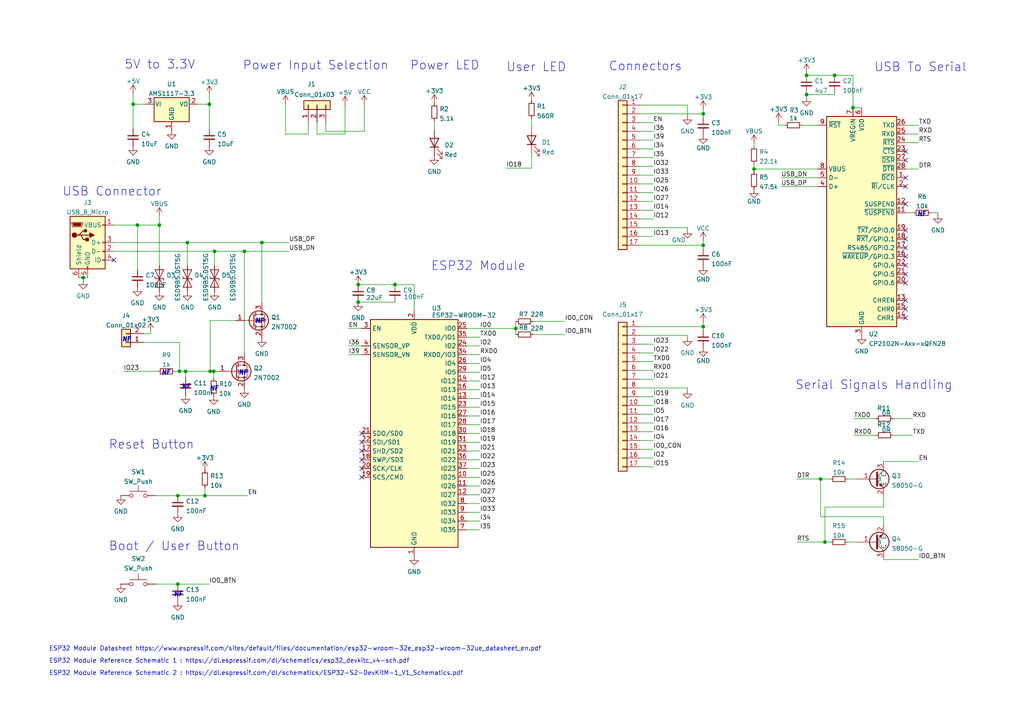
<source format=kicad_sch>
(kicad_sch (version 20211123) (generator eeschema)
  (paper "A4")
  (title_block (title "Esp32DevBoard") (date "2022-12-26") (rev "0.1v") (company "Majdbiw4200"))
  (lib_symbols
    (symbol "Connector:USB_B_Micro" (pin_names (offset 1.016))
      (property "Reference" "J" (at -5.08 11.43 0))
      (property "Value" "USB_B_Micro" (at -5.08 8.89 0))
      (symbol "USB_B_Micro_1_1"
        (pin power_out line (at 7.62 5.08 180) (length 2.54) (name "VBUS") (number "1"))
        (pin bidirectional line (at 7.62 -2.54 180) (length 2.54) (name "D-") (number "2"))
        (pin bidirectional line (at 7.62 0 180) (length 2.54) (name "D+") (number "3"))
        (pin passive line (at 7.62 -5.08 180) (length 2.54) (name "ID") (number "4"))
        (pin power_out line (at 0 -10.16 90) (length 2.54) (name "GND") (number "5"))
        (pin passive line (at -2.54 -10.16 90) (length 2.54) (name "Shield") (number "6"))
      )
    )
    (symbol "Connector_Generic:Conn_01x02" (pin_names (offset 1.016) hide)
      (property "Reference" "J" (at 0 2.54 0))
      (property "Value" "Conn_01x02" (at 0 -5.08 0))
      (symbol "Conn_01x02_1_1"
        (pin passive line (at -5.08 0 0) (length 3.81) (name "Pin_1") (number "1"))
        (pin passive line (at -5.08 -2.54 0) (length 3.81) (name "Pin_2") (number "2"))
      )
    )
    (symbol "Connector_Generic:Conn_01x03" (pin_names (offset 1.016) hide)
      (property "Reference" "J" (at 0 5.08 0))
      (property "Value" "Conn_01x03" (at 0 -5.08 0))
      (symbol "Conn_01x03_1_1"
        (pin passive line (at -5.08 2.54 0) (length 3.81) (name "Pin_1") (number "1"))
        (pin passive line (at -5.08 0 0) (length 3.81) (name "Pin_2") (number "2"))
        (pin passive line (at -5.08 -2.54 0) (length 3.81) (name "Pin_3") (number "3"))
      )
    )
    (symbol "Connector_Generic:Conn_01x17" (pin_names (offset 1.016) hide)
      (property "Reference" "J" (at 0 22.86 0))
      (property "Value" "Conn_01x17" (at 0 -22.86 0))
      (symbol "Conn_01x17_1_1"
        (pin passive line (at -5.08 20.32 0) (length 3.81) (name "Pin_1") (number "1"))
        (pin passive line (at -5.08 -2.54 0) (length 3.81) (name "Pin_10") (number "10"))
        (pin passive line (at -5.08 -5.08 0) (length 3.81) (name "Pin_11") (number "11"))
        (pin passive line (at -5.08 -7.62 0) (length 3.81) (name "Pin_12") (number "12"))
        (pin passive line (at -5.08 -10.16 0) (length 3.81) (name "Pin_13") (number "13"))
        (pin passive line (at -5.08 -12.7 0) (length 3.81) (name "Pin_14") (number "14"))
        (pin passive line (at -5.08 -15.24 0) (length 3.81) (name "Pin_15") (number "15"))
        (pin passive line (at -5.08 -17.78 0) (length 3.81) (name "Pin_16") (number "16"))
        (pin passive line (at -5.08 -20.32 0) (length 3.81) (name "Pin_17") (number "17"))
        (pin passive line (at -5.08 17.78 0) (length 3.81) (name "Pin_2") (number "2"))
        (pin passive line (at -5.08 15.24 0) (length 3.81) (name "Pin_3") (number "3"))
        (pin passive line (at -5.08 12.7 0) (length 3.81) (name "Pin_4") (number "4"))
        (pin passive line (at -5.08 10.16 0) (length 3.81) (name "Pin_5") (number "5"))
        (pin passive line (at -5.08 7.62 0) (length 3.81) (name "Pin_6") (number "6"))
        (pin passive line (at -5.08 5.08 0) (length 3.81) (name "Pin_7") (number "7"))
        (pin passive line (at -5.08 2.54 0) (length 3.81) (name "Pin_8") (number "8"))
        (pin passive line (at -5.08 0 0) (length 3.81) (name "Pin_9") (number "9"))
      )
    )
    (symbol "Device:C_Small" (pin_numbers hide) (pin_names (offset 0.254) hide)
      (property "Reference" "C" (at 0.254 1.778 0))
      (property "Value" "C_Small" (at 0.254 -2.032 0))
      (symbol "C_Small_1_1"
        (pin passive line (at 0 2.54 270) (length 2.032) (name "~") (number "1"))
        (pin passive line (at 0 -2.54 90) (length 2.032) (name "~") (number "2"))
      )
    )
    (symbol "Device:LED" (pin_numbers hide) (pin_names (offset 1.016) hide)
      (property "Reference" "D" (at 0 2.54 0))
      (property "Value" "LED" (at 0 -2.54 0))
      (symbol "LED_1_1"
        (pin passive line (at -3.81 0 0) (length 2.54) (name "K") (number "1"))
        (pin passive line (at 3.81 0 180) (length 2.54) (name "A") (number "2"))
      )
    )
    (symbol "Device:R_Small" (pin_numbers hide) (pin_names (offset 0.254) hide)
      (property "Reference" "R" (at 0.762 0.508 0))
      (property "Value" "R_Small" (at 0.762 -1.016 0))
      (symbol "R_Small_1_1"
        (pin passive line (at 0 2.54 270) (length 0.762) (name "~") (number "1"))
        (pin passive line (at 0 -2.54 90) (length 0.762) (name "~") (number "2"))
      )
    )
    (symbol "Diode:ESD9B5.0ST5G" (pin_numbers hide) (pin_names (offset 1.016) hide)
      (property "Reference" "D" (at 0 2.54 0))
      (property "Value" "ESD9B5.0ST5G" (at 0 -2.54 0))
      (symbol "ESD9B5.0ST5G_1_1"
        (pin passive line (at -3.81 0 0) (length 2.54) (name "A1") (number "1"))
        (pin passive line (at 3.81 0 180) (length 2.54) (name "A2") (number "2"))
      )
    )
    (symbol "Interface_USB:CP2102N-Axx-xQFN28"
      (property "Reference" "U" (at -8.89 31.75 0))
      (property "Value" "CP2102N-Axx-xQFN28" (at 12.7 31.75 0))
      (symbol "CP2102N-Axx-xQFN28_1_1"
        (pin input line (at 12.7 12.7 180) (length 2.54) (name "~{DCD}") (number "1"))
        (pin no_connect line (at -10.16 -27.94 0) (length 2.54) hide (name "NC") (number "10"))
        (pin output line (at 12.7 2.54 180) (length 2.54) (name "~{SUSPEND}") (number "11"))
        (pin output line (at 12.7 5.08 180) (length 2.54) (name "SUSPEND") (number "12"))
        (pin output line (at 12.7 -22.86 180) (length 2.54) (name "CHREN") (number "13"))
        (pin output line (at 12.7 -27.94 180) (length 2.54) (name "CHR1") (number "14"))
        (pin output line (at 12.7 -25.4 180) (length 2.54) (name "CHR0") (number "15"))
        (pin bidirectional line (at 12.7 -10.16 180) (length 2.54) (name "~{WAKEUP}/GPIO.3") (number "16"))
        (pin bidirectional line (at 12.7 -7.62 180) (length 2.54) (name "RS485/GPIO.2") (number "17"))
        (pin bidirectional line (at 12.7 -5.08 180) (length 2.54) (name "~{RXT}/GPIO.1") (number "18"))
        (pin bidirectional line (at 12.7 -2.54 180) (length 2.54) (name "~{TXT}/GPIO.0") (number "19"))
        (pin bidirectional line (at 12.7 10.16 180) (length 2.54) (name "~{RI}/CLK") (number "2"))
        (pin bidirectional line (at 12.7 -17.78 180) (length 2.54) (name "GPIO.6") (number "20"))
        (pin bidirectional line (at 12.7 -15.24 180) (length 2.54) (name "GPIO.5") (number "21"))
        (pin bidirectional line (at 12.7 -12.7 180) (length 2.54) (name "GPIO.4") (number "22"))
        (pin input line (at 12.7 20.32 180) (length 2.54) (name "~{CTS}") (number "23"))
        (pin output line (at 12.7 22.86 180) (length 2.54) (name "~{RTS}") (number "24"))
        (pin input line (at 12.7 25.4 180) (length 2.54) (name "RXD") (number "25"))
        (pin output line (at 12.7 27.94 180) (length 2.54) (name "TXD") (number "26"))
        (pin input line (at 12.7 17.78 180) (length 2.54) (name "~{DSR}") (number "27"))
        (pin output line (at 12.7 15.24 180) (length 2.54) (name "~{DTR}") (number "28"))
        (pin passive line (at 0 -33.02 90) (length 2.54) hide (name "GND") (number "29"))
        (pin power_in line (at 0 -33.02 90) (length 2.54) (name "GND") (number "3"))
        (pin bidirectional line (at -12.7 10.16 0) (length 2.54) (name "D+") (number "4"))
        (pin bidirectional line (at -12.7 12.7 0) (length 2.54) (name "D-") (number "5"))
        (pin power_in line (at 0 33.02 270) (length 2.54) (name "VDD") (number "6"))
        (pin power_in line (at -2.54 33.02 270) (length 2.54) (name "VREGIN") (number "7"))
        (pin input line (at -12.7 15.24 0) (length 2.54) (name "VBUS") (number "8"))
        (pin input line (at -12.7 27.94 0) (length 2.54) (name "~{RST}") (number "9"))
      )
    )
    (symbol "RF_Module:ESP32-WROOM-32"
      (property "Reference" "U" (at -12.7 34.29 0))
      (property "Value" "ESP32-WROOM-32" (at 1.27 34.29 0))
      (symbol "ESP32-WROOM-32_1_1"
        (pin power_in line (at 0 -35.56 90) (length 2.54) (name "GND") (number "1"))
        (pin bidirectional line (at 15.24 -12.7 180) (length 2.54) (name "IO25") (number "10"))
        (pin bidirectional line (at 15.24 -15.24 180) (length 2.54) (name "IO26") (number "11"))
        (pin bidirectional line (at 15.24 -17.78 180) (length 2.54) (name "IO27") (number "12"))
        (pin bidirectional line (at 15.24 10.16 180) (length 2.54) (name "IO14") (number "13"))
        (pin bidirectional line (at 15.24 15.24 180) (length 2.54) (name "IO12") (number "14"))
        (pin passive line (at 0 -35.56 90) (length 2.54) hide (name "GND") (number "15"))
        (pin bidirectional line (at 15.24 12.7 180) (length 2.54) (name "IO13") (number "16"))
        (pin bidirectional line (at -15.24 -5.08 0) (length 2.54) (name "SHD/SD2") (number "17"))
        (pin bidirectional line (at -15.24 -7.62 0) (length 2.54) (name "SWP/SD3") (number "18"))
        (pin bidirectional line (at -15.24 -12.7 0) (length 2.54) (name "SCS/CMD") (number "19"))
        (pin power_in line (at 0 35.56 270) (length 2.54) (name "VDD") (number "2"))
        (pin bidirectional line (at -15.24 -10.16 0) (length 2.54) (name "SCK/CLK") (number "20"))
        (pin bidirectional line (at -15.24 0 0) (length 2.54) (name "SDO/SD0") (number "21"))
        (pin bidirectional line (at -15.24 -2.54 0) (length 2.54) (name "SDI/SD1") (number "22"))
        (pin bidirectional line (at 15.24 7.62 180) (length 2.54) (name "IO15") (number "23"))
        (pin bidirectional line (at 15.24 25.4 180) (length 2.54) (name "IO2") (number "24"))
        (pin bidirectional line (at 15.24 30.48 180) (length 2.54) (name "IO0") (number "25"))
        (pin bidirectional line (at 15.24 20.32 180) (length 2.54) (name "IO4") (number "26"))
        (pin bidirectional line (at 15.24 5.08 180) (length 2.54) (name "IO16") (number "27"))
        (pin bidirectional line (at 15.24 2.54 180) (length 2.54) (name "IO17") (number "28"))
        (pin bidirectional line (at 15.24 17.78 180) (length 2.54) (name "IO5") (number "29"))
        (pin input line (at -15.24 30.48 0) (length 2.54) (name "EN") (number "3"))
        (pin bidirectional line (at 15.24 0 180) (length 2.54) (name "IO18") (number "30"))
        (pin bidirectional line (at 15.24 -2.54 180) (length 2.54) (name "IO19") (number "31"))
        (pin no_connect line (at -12.7 -27.94 0) (length 2.54) hide (name "NC") (number "32"))
        (pin bidirectional line (at 15.24 -5.08 180) (length 2.54) (name "IO21") (number "33"))
        (pin bidirectional line (at 15.24 22.86 180) (length 2.54) (name "RXD0/IO3") (number "34"))
        (pin bidirectional line (at 15.24 27.94 180) (length 2.54) (name "TXD0/IO1") (number "35"))
        (pin bidirectional line (at 15.24 -7.62 180) (length 2.54) (name "IO22") (number "36"))
        (pin bidirectional line (at 15.24 -10.16 180) (length 2.54) (name "IO23") (number "37"))
        (pin passive line (at 0 -35.56 90) (length 2.54) hide (name "GND") (number "38"))
        (pin passive line (at 0 -35.56 90) (length 2.54) hide (name "GND") (number "39"))
        (pin input line (at -15.24 25.4 0) (length 2.54) (name "SENSOR_VP") (number "4"))
        (pin input line (at -15.24 22.86 0) (length 2.54) (name "SENSOR_VN") (number "5"))
        (pin input line (at 15.24 -25.4 180) (length 2.54) (name "IO34") (number "6"))
        (pin input line (at 15.24 -27.94 180) (length 2.54) (name "IO35") (number "7"))
        (pin bidirectional line (at 15.24 -20.32 180) (length 2.54) (name "IO32") (number "8"))
        (pin bidirectional line (at 15.24 -22.86 180) (length 2.54) (name "IO33") (number "9"))
      )
    )
    (symbol "Regulator_Linear:AMS1117-3.3" (pin_names (offset 0.254))
      (property "Reference" "U" (at -3.81 3.175 0))
      (property "Value" "AMS1117-3.3" (at 0 3.175 0))
      (symbol "AMS1117-3.3_1_1"
        (pin power_in line (at 0 -7.62 90) (length 2.54) (name "GND") (number "1"))
        (pin power_out line (at 7.62 0 180) (length 2.54) (name "VO") (number "2"))
        (pin power_in line (at -7.62 0 0) (length 2.54) (name "VI") (number "3"))
      )
    )
    (symbol "Switch:SW_Push" (pin_numbers hide) (pin_names (offset 1.016) hide)
      (property "Reference" "SW" (at 1.27 2.54 0))
      (property "Value" "SW_Push" (at 0 -1.524 0))
      (symbol "SW_Push_0_1"
        (pin passive line (at -5.08 0 0) (length 2.54) (name "1") (number "1"))
        (pin passive line (at 5.08 0 180) (length 2.54) (name "2") (number "2"))
      )
    )
    (symbol "Transistor_BJT:S8050-G"
      (property "Reference" "Q" (at 7.62 -1.27 0))
      (property "Value" "S8050-G" (at 10.16 -3.81 0))
      (symbol "S8050-G_1_1"
        (pin input line (at -3.81 -2.54 0) (length 5.08) (name "B") (number "1"))
        (pin passive line (at 3.81 -7.62 90) (length 2.54) (name "E") (number "2"))
        (pin passive line (at 3.81 2.54 270) (length 2.54) (name "C") (number "3"))
      )
    )
    (symbol "Transistor_FET:2N7002" (pin_names hide)
      (property "Reference" "Q" (at 5.08 1.905 0))
      (property "Value" "2N7002" (at 5.08 0 0))
      (symbol "2N7002_1_1"
        (pin input line (at -5.08 0 0) (length 2.54) (name "G") (number "1"))
        (pin passive line (at 2.54 -5.08 90) (length 2.54) (name "S") (number "2"))
        (pin passive line (at 2.54 5.08 270) (length 2.54) (name "D") (number "3"))
      )
    )
    (symbol "power:+3.3V" (power) (pin_names (offset 0))
      (property "Value" "+3.3V" (at 0 3.556 0))
      (symbol "+3.3V_1_1"
        (pin power_in line (at 0 0 90) (length 0) hide (name "+3V3") (number "1"))
      )
    )
    (symbol "power:+5V" (power) (pin_names (offset 0))
      (property "Value" "+5V" (at 0 3.556 0))
      (symbol "+5V_1_1"
        (pin power_in line (at 0 0 90) (length 0) hide (name "+5V") (number "1"))
      )
    )
    (symbol "power:GND" (power) (pin_names (offset 0))
      (property "Value" "GND" (at 0 -3.81 0))
      (symbol "GND_1_1"
        (pin power_in line (at 0 0 270) (length 0) hide (name "GND") (number "1"))
      )
    )
    (symbol "power:VBUS" (power) (pin_names (offset 0))
      (property "Value" "VBUS" (at 0 3.81 0))
      (symbol "VBUS_1_1"
        (pin power_in line (at 0 0 90) (length 0) hide (name "VBUS") (number "1"))
      )
    )
    (symbol "power:VCC" (power) (pin_names (offset 0))
      (property "Value" "VCC" (at 0 3.81 0))
      (symbol "VCC_1_1"
        (pin power_in line (at 0 0 90) (length 0) hide (name "VCC") (number "1"))
      )
    )
  )
  (junction (at 233.934 21.844))
  (junction (at 203.962 71.12))
  (junction (at 52.07 107.696))
  (junction (at 218.694 49.022))
  (junction (at 149.606 95.25))
  (junction (at 39.878 65.278))
  (junction (at 60.706 30.226))
  (junction (at 53.848 107.696))
  (junction (at 203.962 33.02))
  (junction (at 38.608 30.226))
  (junction (at 233.934 27.432))
  (junction (at 114.554 82.55))
  (junction (at 62.23 72.898))
  (junction (at 203.962 94.742))
  (junction (at 242.062 21.844))
  (junction (at 103.886 87.63))
  (junction (at 51.562 143.764))
  (junction (at 51.562 169.418))
  (junction (at 46.228 65.278))
  (junction (at 54.356 70.358))
  (junction (at 247.396 31.242))
  (junction (at 70.866 72.898))
  (junction (at 60.96 107.696))
  (junction (at 61.976 107.696))
  (junction (at 75.946 70.358))
  (junction (at 59.436 143.764))
  (junction (at 239.268 157.226))
  (junction (at 103.886 82.55))
  (junction (at 237.998 138.938))
  (junction (at 24.13 80.518))
  (no_connect (at 33.02 75.438))
  (no_connect (at 262.636 43.942))
  (no_connect (at 262.636 59.182))
  (no_connect (at 104.902 138.43))
  (no_connect (at 104.902 125.73))
  (no_connect (at 104.902 128.27))
  (no_connect (at 104.902 130.81))
  (no_connect (at 104.902 133.35))
  (no_connect (at 104.902 135.89))
  (no_connect (at 262.636 66.802))
  (no_connect (at 262.636 69.342))
  (no_connect (at 262.636 71.882))
  (no_connect (at 262.636 46.482))
  (no_connect (at 262.636 51.562))
  (no_connect (at 262.636 54.102))
  (no_connect (at 262.636 74.422))
  (no_connect (at 262.636 76.962))
  (no_connect (at 262.636 79.502))
  (no_connect (at 262.636 82.042))
  (no_connect (at 262.636 87.122))
  (no_connect (at 262.636 89.662))
  (no_connect (at 262.636 92.202))
  (wire (pts (xy 199.39 97.282) (xy 199.39 97.79)))
  (wire (pts (xy 46.228 65.278) (xy 46.228 76.962)))
  (wire (pts (xy 51.562 169.418) (xy 60.706 169.418)))
  (wire (pts (xy 231.14 157.226) (xy 239.268 157.226)))
  (wire (pts (xy 82.804 38.862) (xy 89.408 38.862)))
  (wire (pts (xy 35.814 107.696) (xy 45.72 107.696)))
  (wire (pts (xy 135.382 135.89) (xy 139.192 135.89)))
  (wire (pts (xy 272.034 61.722) (xy 272.034 62.23)))
  (wire (pts (xy 237.998 138.938) (xy 240.792 138.938)))
  (wire (pts (xy 225.806 36.322) (xy 227.584 36.322)))
  (wire (pts (xy 203.962 94.742) (xy 203.962 93.472)))
  (wire (pts (xy 185.674 71.12) (xy 203.962 71.12)))
  (wire (pts (xy 237.236 49.022) (xy 218.694 49.022)))
  (wire (pts (xy 60.706 27.432) (xy 60.706 30.226)))
  (wire (pts (xy 135.382 151.13) (xy 139.192 151.13)))
  (wire (pts (xy 135.382 143.51) (xy 139.192 143.51)))
  (wire (pts (xy 199.39 66.04) (xy 199.39 66.548)))
  (wire (pts (xy 125.984 35.052) (xy 125.984 37.592)))
  (wire (pts (xy 154.178 34.29) (xy 154.178 36.83)))
  (wire (pts (xy 185.674 127.762) (xy 189.484 127.762)))
  (wire (pts (xy 185.674 109.982) (xy 189.484 109.982)))
  (wire (pts (xy 135.382 102.87) (xy 139.192 102.87)))
  (wire (pts (xy 135.382 138.43) (xy 139.192 138.43)))
  (wire (pts (xy 135.382 125.73) (xy 139.192 125.73)))
  (wire (pts (xy 62.23 72.898) (xy 70.866 72.898)))
  (wire (pts (xy 154.178 44.45) (xy 154.178 48.768)))
  (wire (pts (xy 135.382 100.33) (xy 139.192 100.33)))
  (wire (pts (xy 59.436 143.764) (xy 71.882 143.764)))
  (wire (pts (xy 203.962 71.12) (xy 203.962 72.136)))
  (wire (pts (xy 185.674 107.442) (xy 189.484 107.442)))
  (wire (pts (xy 185.674 132.842) (xy 189.484 132.842)))
  (wire (pts (xy 218.694 41.656) (xy 218.694 42.418)))
  (wire (pts (xy 189.484 40.64) (xy 185.674 40.64)))
  (wire (pts (xy 89.408 38.862) (xy 89.408 35.56)))
  (wire (pts (xy 24.13 80.518) (xy 24.13 81.28)))
  (wire (pts (xy 82.804 30.226) (xy 82.804 38.862)))
  (wire (pts (xy 226.568 54.102) (xy 237.236 54.102)))
  (wire (pts (xy 189.484 63.5) (xy 185.674 63.5)))
  (wire (pts (xy 59.436 141.478) (xy 59.436 143.764)))
  (wire (pts (xy 46.228 62.738) (xy 46.228 65.278)))
  (wire (pts (xy 103.886 82.55) (xy 114.554 82.55)))
  (wire (pts (xy 135.382 148.59) (xy 139.192 148.59)))
  (wire (pts (xy 38.608 27.178) (xy 38.608 30.226)))
  (wire (pts (xy 242.062 27.432) (xy 242.062 26.924)))
  (wire (pts (xy 256.286 147.066) (xy 239.268 147.066)))
  (wire (pts (xy 233.934 21.844) (xy 242.062 21.844)))
  (wire (pts (xy 185.674 30.48) (xy 199.39 30.48)))
  (wire (pts (xy 233.934 26.924) (xy 233.934 27.432)))
  (wire (pts (xy 259.08 126.238) (xy 264.668 126.238)))
  (wire (pts (xy 233.934 27.432) (xy 233.934 28.194)))
  (wire (pts (xy 256.286 144.018) (xy 256.286 147.066)))
  (wire (pts (xy 135.382 115.57) (xy 139.192 115.57)))
  (wire (pts (xy 185.674 117.602) (xy 189.484 117.602)))
  (wire (pts (xy 189.484 43.18) (xy 185.674 43.18)))
  (wire (pts (xy 146.812 48.768) (xy 154.178 48.768)))
  (wire (pts (xy 45.212 143.764) (xy 51.562 143.764)))
  (wire (pts (xy 22.86 80.518) (xy 24.13 80.518)))
  (wire (pts (xy 247.396 31.242) (xy 249.936 31.242)))
  (wire (pts (xy 225.806 35.306) (xy 225.806 36.322)))
  (wire (pts (xy 54.356 70.358) (xy 54.356 76.962)))
  (wire (pts (xy 24.13 80.518) (xy 25.4 80.518)))
  (wire (pts (xy 105.664 38.1) (xy 94.488 38.1)))
  (wire (pts (xy 203.962 71.12) (xy 203.962 69.85)))
  (wire (pts (xy 232.664 36.322) (xy 237.236 36.322)))
  (wire (pts (xy 256.286 149.86) (xy 256.286 152.146)))
  (wire (pts (xy 233.934 21.082) (xy 233.934 21.844)))
  (wire (pts (xy 52.07 99.314) (xy 52.07 107.696)))
  (wire (pts (xy 94.488 38.1) (xy 94.488 35.56)))
  (wire (pts (xy 154.686 93.218) (xy 163.83 93.218)))
  (wire (pts (xy 189.484 45.72) (xy 185.674 45.72)))
  (wire (pts (xy 53.848 107.696) (xy 60.96 107.696)))
  (wire (pts (xy 101.092 102.87) (xy 104.902 102.87)))
  (wire (pts (xy 233.934 27.432) (xy 242.062 27.432)))
  (wire (pts (xy 135.382 133.35) (xy 139.192 133.35)))
  (wire (pts (xy 259.08 121.412) (xy 264.668 121.412)))
  (wire (pts (xy 185.674 97.282) (xy 199.39 97.282)))
  (wire (pts (xy 101.092 95.25) (xy 104.902 95.25)))
  (wire (pts (xy 189.484 53.34) (xy 185.674 53.34)))
  (wire (pts (xy 114.554 82.55) (xy 120.142 82.55)))
  (wire (pts (xy 120.142 82.55) (xy 120.142 90.17)))
  (wire (pts (xy 185.674 94.742) (xy 203.962 94.742)))
  (wire (pts (xy 60.96 92.964) (xy 60.96 107.696)))
  (wire (pts (xy 60.706 30.226) (xy 60.706 37.338)))
  (wire (pts (xy 100.076 30.48) (xy 100.076 38.862)))
  (wire (pts (xy 61.976 107.696) (xy 63.246 107.696)))
  (wire (pts (xy 101.092 100.33) (xy 104.902 100.33)))
  (wire (pts (xy 231.14 138.938) (xy 237.998 138.938)))
  (wire (pts (xy 33.02 72.898) (xy 62.23 72.898)))
  (wire (pts (xy 154.686 97.028) (xy 163.83 97.028)))
  (wire (pts (xy 239.268 157.226) (xy 240.792 157.226)))
  (wire (pts (xy 185.674 104.902) (xy 189.484 104.902)))
  (wire (pts (xy 54.356 70.358) (xy 75.946 70.358)))
  (wire (pts (xy 185.674 125.222) (xy 189.484 125.222)))
  (wire (pts (xy 38.608 30.226) (xy 38.608 37.338)))
  (wire (pts (xy 135.382 153.67) (xy 139.192 153.67)))
  (wire (pts (xy 61.976 107.696) (xy 61.976 109.728)))
  (wire (pts (xy 247.396 21.844) (xy 242.062 21.844)))
  (wire (pts (xy 185.674 99.822) (xy 189.484 99.822)))
  (wire (pts (xy 52.07 107.696) (xy 53.848 107.696)))
  (wire (pts (xy 135.382 95.25) (xy 149.606 95.25)))
  (wire (pts (xy 247.396 31.242) (xy 247.396 21.844)))
  (wire (pts (xy 135.382 110.49) (xy 139.192 110.49)))
  (wire (pts (xy 103.886 87.63) (xy 114.554 87.63)))
  (wire (pts (xy 39.878 65.278) (xy 46.228 65.278)))
  (wire (pts (xy 135.382 97.79) (xy 139.192 97.79)))
  (wire (pts (xy 218.694 49.022) (xy 218.694 47.498)))
  (wire (pts (xy 203.962 33.02) (xy 203.962 31.75)))
  (wire (pts (xy 189.484 60.96) (xy 185.674 60.96)))
  (wire (pts (xy 135.382 128.27) (xy 139.192 128.27)))
  (wire (pts (xy 135.382 118.11) (xy 139.192 118.11)))
  (wire (pts (xy 60.96 107.696) (xy 61.976 107.696)))
  (wire (pts (xy 218.694 49.022) (xy 218.694 49.784)))
  (wire (pts (xy 45.212 169.418) (xy 51.562 169.418)))
  (wire (pts (xy 270.002 61.722) (xy 272.034 61.722)))
  (wire (pts (xy 262.636 38.862) (xy 266.446 38.862)))
  (wire (pts (xy 57.404 30.226) (xy 60.706 30.226)))
  (wire (pts (xy 62.23 72.898) (xy 62.23 76.962)))
  (wire (pts (xy 75.946 70.358) (xy 83.82 70.358)))
  (wire (pts (xy 262.636 36.322) (xy 266.446 36.322)))
  (wire (pts (xy 68.326 92.964) (xy 60.96 92.964)))
  (wire (pts (xy 262.636 41.402) (xy 266.446 41.402)))
  (wire (pts (xy 185.674 135.382) (xy 189.484 135.382)))
  (wire (pts (xy 247.65 126.238) (xy 254 126.238)))
  (wire (pts (xy 256.286 149.86) (xy 237.998 149.86)))
  (wire (pts (xy 135.382 113.03) (xy 139.192 113.03)))
  (wire (pts (xy 185.674 122.682) (xy 189.484 122.682)))
  (wire (pts (xy 38.608 30.226) (xy 42.164 30.226)))
  (wire (pts (xy 247.65 121.412) (xy 254 121.412)))
  (wire (pts (xy 41.656 99.314) (xy 52.07 99.314)))
  (wire (pts (xy 149.606 93.218) (xy 149.606 95.25)))
  (wire (pts (xy 199.39 112.522) (xy 199.39 113.03)))
  (wire (pts (xy 70.866 72.898) (xy 70.866 102.616)))
  (wire (pts (xy 100.076 38.862) (xy 91.948 38.862)))
  (wire (pts (xy 75.946 70.358) (xy 75.946 87.884)))
  (wire (pts (xy 245.872 138.938) (xy 248.666 138.938)))
  (wire (pts (xy 53.848 107.696) (xy 53.848 109.474)))
  (wire (pts (xy 262.636 49.022) (xy 266.446 49.022)))
  (wire (pts (xy 239.268 147.066) (xy 239.268 157.226)))
  (wire (pts (xy 33.02 65.278) (xy 39.878 65.278)))
  (wire (pts (xy 189.484 55.88) (xy 185.674 55.88)))
  (wire (pts (xy 256.286 162.306) (xy 266.446 162.306)))
  (wire (pts (xy 199.39 30.48) (xy 199.39 33.528)))
  (wire (pts (xy 39.878 65.278) (xy 39.878 78.232)))
  (wire (pts (xy 189.484 68.58) (xy 185.674 68.58)))
  (wire (pts (xy 135.382 105.41) (xy 139.192 105.41)))
  (wire (pts (xy 256.286 133.858) (xy 266.446 133.858)))
  (wire (pts (xy 135.382 123.19) (xy 139.192 123.19)))
  (wire (pts (xy 262.636 61.722) (xy 264.922 61.722)))
  (wire (pts (xy 33.02 70.358) (xy 54.356 70.358)))
  (wire (pts (xy 135.382 130.81) (xy 139.192 130.81)))
  (wire (pts (xy 203.962 33.02) (xy 203.962 34.036)))
  (wire (pts (xy 185.674 115.062) (xy 189.484 115.062)))
  (wire (pts (xy 189.484 50.8) (xy 185.674 50.8)))
  (wire (pts (xy 203.962 94.742) (xy 203.962 95.758)))
  (wire (pts (xy 105.664 30.226) (xy 105.664 38.1)))
  (wire (pts (xy 185.674 102.362) (xy 189.484 102.362)))
  (wire (pts (xy 70.866 72.898) (xy 83.82 72.898)))
  (wire (pts (xy 135.382 120.65) (xy 139.192 120.65)))
  (wire (pts (xy 189.484 35.56) (xy 185.674 35.56)))
  (wire (pts (xy 189.484 38.1) (xy 185.674 38.1)))
  (wire (pts (xy 135.382 146.05) (xy 139.192 146.05)))
  (wire (pts (xy 185.674 112.522) (xy 199.39 112.522)))
  (wire (pts (xy 237.998 149.86) (xy 237.998 138.938)))
  (wire (pts (xy 43.688 96.774) (xy 41.656 96.774)))
  (wire (pts (xy 185.674 66.04) (xy 199.39 66.04)))
  (wire (pts (xy 50.8 107.696) (xy 52.07 107.696)))
  (wire (pts (xy 185.674 120.142) (xy 189.484 120.142)))
  (wire (pts (xy 245.872 157.226) (xy 248.666 157.226)))
  (wire (pts (xy 226.568 51.562) (xy 237.236 51.562)))
  (wire (pts (xy 189.484 58.42) (xy 185.674 58.42)))
  (wire (pts (xy 91.948 38.862) (xy 91.948 35.56)))
  (wire (pts (xy 51.562 143.764) (xy 59.436 143.764)))
  (wire (pts (xy 189.484 48.26) (xy 185.674 48.26)))
  (wire (pts (xy 135.382 140.97) (xy 139.192 140.97)))
  (wire (pts (xy 135.382 107.95) (xy 139.192 107.95)))
  (wire (pts (xy 185.674 130.302) (xy 189.484 130.302)))
  (wire (pts (xy 43.688 96.266) (xy 43.688 96.774)))
  (wire (pts (xy 149.606 95.25) (xy 149.606 97.028)))
  (wire (pts (xy 185.674 33.02) (xy 203.962 33.02)))
  (text "NF" (at 35.306 99.314 0) (effects (font (size 1.27 1.27) (thickness 0.508) bold italic) (justify left bottom)))
  (text "NF" (at 69.088 108.966 0) (effects (font (size 1.27 1.27) (thickness 0.508) bold italic) (justify left bottom)))
  (text "Power LED" (at 118.872 20.574 0) (effects (font (size 2.54 2.54)) (justify left bottom)))
  (text "NF" (at 46.736 108.966 0) (effects (font (size 1.27 1.27) (thickness 0.508) bold italic) (justify left bottom)))
  (text "Reset Button" (at 31.496 130.556 0) (effects (font (size 2.54 2.54)) (justify left bottom)))
  (text "NF" (at 50.292 173.228 0) (effects (font (size 1.27 1.27) (thickness 0.508) bold italic) (justify left bottom)))
  (text "User LED" (at 146.812 21.082 0) (effects (font (size 2.54 2.54)) (justify left bottom)))
  (text "ESP32 Module Datasheet https://www.espressif.com/sites/default/files/documentation/esp32-wroom-32e_esp32-wroom-32ue_datasheet_en.pdf" (at 14.224 188.976 0) (effects (font (size 1.27 1.27)) (justify left bottom)))
  (text "Connectors" (at 176.53 20.828 0) (effects (font (size 2.54 2.54)) (justify left bottom)))
  (text "USB To Serial" (at 253.492 21.082 0) (effects (font (size 2.54 2.54)) (justify left bottom)))
  (text "USB Connector" (at 18.034 57.15 0) (effects (font (size 2.54 2.54)) (justify left bottom)))
  (text "ESP32 Module" (at 124.968 78.74 0) (effects (font (size 2.54 2.54)) (justify left bottom)))
  (text "Serial Signals Handling" (at 230.632 113.284 0) (effects (font (size 2.54 2.54)) (justify left bottom)))
  (text "NF" (at 60.706 113.538 0) (effects (font (size 1.27 1.27) (thickness 0.508) bold italic) (justify left bottom)))
  (text "NF" (at 52.578 113.03 0) (effects (font (size 1.27 1.27) (thickness 0.508) bold italic) (justify left bottom)))
  (text "NF" (at 73.914 93.98 0) (effects (font (size 1.27 1.27) (thickness 0.508) bold italic) (justify left bottom)))
  (text "NF" (at 265.938 62.992 0) (effects (font (size 1.27 1.27) (thickness 0.508) bold italic) (justify left bottom)))
  (text "ESP32 Module Reference Schematic 2 : https://dl.espressif.com/dl/schematics/ESP32-S2-DevKitM-1_V1_Schematics.pdf" (at 14.224 196.088 0) (effects (font (size 1.27 1.27)) (justify left bottom)))
  (text "ESP32 Module Reference Schematic 1 : https://dl.espressif.com/dl/schematics/esp32_devkitc_v4-sch.pdf" (at 14.224 192.532 0) (effects (font (size 1.27 1.27)) (justify left bottom)))
  (text "Boot / User Button" (at 31.496 160.02 0) (effects (font (size 2.54 2.54)) (justify left bottom)))
  (text "Power Input Selection" (at 70.358 20.574 0) (effects (font (size 2.54 2.54)) (justify left bottom)))
  (text "5V to 3.3V" (at 36.068 20.32 0) (effects (font (size 2.54 2.54)) (justify left bottom)))
  (label "IO16" (at 189.484 125.222 0))
  (label "IO32" (at 139.192 146.05 0))
  (label "EN" (at 101.092 95.25 0))
  (label "TXD" (at 264.668 126.238 0))
  (label "RXD0" (at 189.484 107.442 0))
  (label "I39" (at 189.484 40.64 0))
  (label "IO15" (at 189.484 135.382 0))
  (label "IO19" (at 139.192 128.27 0))
  (label "IO21" (at 189.484 109.982 0))
  (label "IO0_CON" (at 163.83 93.218 0))
  (label "TXD" (at 266.446 36.322 0))
  (label "DTR" (at 231.14 138.938 0))
  (label "I34" (at 139.192 151.13 0))
  (label "IO19" (at 189.484 115.062 0))
  (label "IO22" (at 189.484 102.362 0))
  (label "IO12" (at 139.192 110.49 0))
  (label "IO26" (at 139.192 140.97 0))
  (label "IO26" (at 189.484 55.88 0))
  (label "I39" (at 101.092 102.87 0))
  (label "IO13" (at 189.484 68.58 0))
  (label "EN" (at 71.882 143.764 0))
  (label "IO0_CON" (at 189.484 130.302 0))
  (label "IO18" (at 189.484 117.602 0))
  (label "IO27" (at 139.192 143.51 0))
  (label "IO22" (at 139.192 133.35 0))
  (label "RTS" (at 231.14 157.226 0))
  (label "RXD" (at 264.668 121.412 0))
  (label "USB_DP" (at 83.82 70.358 0))
  (label "I36" (at 101.092 100.33 0))
  (label "IO5" (at 139.192 107.95 0))
  (label "USB_DN" (at 226.568 51.562 0))
  (label "IO23" (at 189.484 99.822 0))
  (label "IO32" (at 189.484 48.26 0))
  (label "I36" (at 189.484 38.1 0))
  (label "TXD0" (at 247.65 121.412 0))
  (label "IO25" (at 189.484 53.34 0))
  (label "IO13" (at 139.192 113.03 0))
  (label "IO18" (at 139.192 125.73 0))
  (label "I35" (at 189.484 45.72 0))
  (label "I35" (at 139.192 153.67 0))
  (label "IO4" (at 139.192 105.41 0))
  (label "RTS" (at 266.446 41.402 0))
  (label "EN" (at 266.446 133.858 0))
  (label "IO25" (at 139.192 138.43 0))
  (label "IO15" (at 139.192 118.11 0))
  (label "IO0_BTN" (at 163.83 97.028 0))
  (label "IO23" (at 35.814 107.696 0))
  (label "IO17" (at 139.192 123.19 0))
  (label "USB_DP" (at 226.568 54.102 0))
  (label "IO2" (at 139.192 100.33 0))
  (label "IO16" (at 139.192 120.65 0))
  (label "IO33" (at 139.192 148.59 0))
  (label "USB_DN" (at 83.82 72.898 0))
  (label "IO17" (at 189.484 122.682 0))
  (label "IO14" (at 139.192 115.57 0))
  (label "IO0_BTN" (at 266.446 162.306 0))
  (label "DTR" (at 266.446 49.022 0))
  (label "RXD" (at 266.446 38.862 0))
  (label "EN" (at 189.484 35.56 0))
  (label "IO18" (at 146.812 48.768 0))
  (label "IO27" (at 189.484 58.42 0))
  (label "IO5" (at 189.484 120.142 0))
  (label "RXD0" (at 247.65 126.238 0))
  (label "IO0" (at 139.192 95.25 0))
  (label "IO0_BTN" (at 60.706 169.418 0))
  (label "IO14" (at 189.484 60.96 0))
  (label "RXD0" (at 139.192 102.87 0))
  (label "IO23" (at 139.192 135.89 0))
  (label "TXD0" (at 189.484 104.902 0))
  (label "TXD0" (at 139.192 97.79 0))
  (label "IO2" (at 189.484 132.842 0))
  (label "IO4" (at 189.484 127.762 0))
  (label "I34" (at 189.484 43.18 0))
  (label "IO33" (at 189.484 50.8 0))
  (label "IO12" (at 189.484 63.5 0))
  (label "IO21" (at 139.192 130.81 0))
  (symbol (lib_id "power:GND") (at 75.946 98.044 0) (unit 1)
    (property "Reference" "#PWR036" (effects hide))
    (property "Value" "GND" (at 75.946 102.6065 0))
  )
  (symbol (lib_id "Transistor_BJT:S8050-G") (at 252.476 136.398 0) (unit 1)
    (property "Reference" "Q3" (at 258.5974 138.0295 0) (effects (justify left)))
    (property "Value" "S8050-G" (at 258.5974 140.8046 0) (effects (justify left)))
    (property "Footprint" "Package_TO_SOT_SMD:SOT-23" (effects hide))
    (property "LCSC Part #" "C164885" (effects hide))
  )
  (symbol (lib_id "Device:R_Small") (at 256.54 121.412 90) (unit 1)
    (property "Reference" "R11" (at 258.318 118.364 90) (effects (justify left)))
    (property "Value" "0R" (at 258.4066 119.9134 90) (effects (justify left)))
    (property "Footprint" "Resistor_SMD:R_0402_1005Metric" (effects hide))
    (property "LCSC Part #" "C17168" (effects hide))
  )
  (symbol (lib_id "power:GND") (at 46.228 84.582 0) (unit 1)
    (property "Reference" "#PWR028" (effects hide))
    (property "Value" "GND" (at 46.228 89.1445 0))
  )
  (symbol (lib_id "Device:R_Small") (at 256.54 126.238 90) (unit 1)
    (property "Reference" "R12" (at 258.318 123.19 90) (effects (justify left)))
    (property "Value" "0R" (at 258.4066 124.7394 90) (effects (justify left)))
    (property "Footprint" "Resistor_SMD:R_0402_1005Metric" (effects hide))
    (property "LCSC Part #" "C17168" (effects hide))
  )
  (symbol (lib_id "power:GND") (at 249.936 97.282 0) (unit 1)
    (property "Reference" "#PWR034" (effects hide))
    (property "Value" "GND" (at 249.936 101.8445 0))
  )
  (symbol (lib_id "Connector_Generic:Conn_01x17") (at 180.594 50.8 0) (mirror y) (unit 1)
    (property "Reference" "J2" (at 180.594 25.2435 0))
    (property "Value" "Conn_01x17" (at 180.594 28.0186 0))
    (property "Footprint" "Connector_Molex:Molex_SL_171971-0017_1x17_P2.54mm_Vertical" (effects hide))
  )
  (symbol (lib_id "power:+3.3V") (at 203.962 31.75 0) (unit 1)
    (property "Reference" "#PWR010" (effects hide))
    (property "Value" "+3.3V" (at 203.962 28.1455 0))
  )
  (symbol (lib_id "Diode:ESD9B5.0ST5G") (at 46.228 80.772 90) (unit 1)
    (property "Reference" "D3" (at 48.2346 79.8635 90) (effects (justify right)))
    (property "Value" "ESD9B5.0ST5G" (at 51.562 73.406 0) (effects (justify right)))
    (property "Footprint" "Diode_SMD:D_SOD-923" (effects hide))
    (property "Datasheet" "https://www.onsemi.com/pub/Collateral/ESD9B-D.PDF" (effects hide))
    (property "LCSC Part #" "C383211" (effects hide))
  )
  (symbol (lib_id "power:GND") (at 233.934 28.194 0) (unit 1)
    (property "Reference" "#PWR04" (effects hide))
    (property "Value" "GND" (at 233.934 32.7565 0))
  )
  (symbol (lib_id "Device:C_Small") (at 51.562 171.958 0) (unit 1)
    (property "Reference" "C13" (at 53.8861 171.0558 0) (effects (justify left)))
    (property "Value" "100nF" (at 53.8861 173.8309 0) (effects (justify left)))
    (property "Footprint" "Capacitor_SMD:C_0402_1005Metric" (effects hide))
    (property "LCSC Part #" "C1525" (effects hide))
  )
  (symbol (lib_id "Switch:SW_Push") (at 40.132 143.764 0) (unit 1)
    (property "Reference" "SW1" (at 40.132 136.8765 0))
    (property "Value" "SW_Push" (at 40.132 139.6516 0))
    (property "Footprint" "Button_Switch_SMD:SW_Push_1P1T_NO_6x6mm_H9.5mm" (effects hide))
    (property "LCSC Part #" "C255812" (effects hide))
  )
  (symbol (lib_id "power:VCC") (at 105.664 30.226 0) (unit 1)
    (property "Reference" "#PWR08" (effects hide))
    (property "Value" "VCC" (at 105.664 26.6215 0))
  )
  (symbol (lib_id "Device:C_Small") (at 53.848 112.014 0) (unit 1)
    (property "Reference" "C11" (at 56.1721 111.1118 0) (effects (justify left)))
    (property "Value" "100nF" (at 56.1721 113.8869 0) (effects (justify left)))
    (property "Footprint" "Capacitor_SMD:C_0402_1005Metric" (effects hide))
    (property "LCSC Part #" "C1525" (effects hide))
  )
  (symbol (lib_id "power:GND") (at 24.13 81.28 0) (unit 1)
    (property "Reference" "#PWR025" (effects hide))
    (property "Value" "GND" (at 24.13 85.8425 0))
  )
  (symbol (lib_id "power:GND") (at 49.784 37.846 0) (unit 1)
    (property "Reference" "#PWR013" (effects hide))
    (property "Value" "GND" (at 49.784 42.4085 0))
  )
  (symbol (lib_id "power:GND") (at 199.39 97.79 0) (unit 1)
    (property "Reference" "#PWR035" (effects hide))
    (property "Value" "GND" (at 199.39 102.3525 0))
  )
  (symbol (lib_id "Device:C_Small") (at 38.608 39.878 0) (unit 1)
    (property "Reference" "C4" (at 40.9321 38.9758 0) (effects (justify left)))
    (property "Value" "10uF" (at 40.9321 41.7509 0) (effects (justify left)))
    (property "Footprint" "Capacitor_SMD:C_0402_1005Metric" (effects hide))
    (property "LCSC Part #" "C315248" (effects hide))
  )
  (symbol (lib_id "power:GND") (at 203.962 39.116 0) (unit 1)
    (property "Reference" "#PWR014" (effects hide))
    (property "Value" "GND" (at 203.962 42.926 0))
  )
  (symbol (lib_id "power:+3.3V") (at 233.934 21.082 0) (unit 1)
    (property "Reference" "#PWR01" (effects hide))
    (property "Value" "+3.3V" (at 233.934 17.4775 0))
  )
  (symbol (lib_id "power:GND") (at 203.962 100.838 0) (unit 1)
    (property "Reference" "#PWR037" (effects hide))
    (property "Value" "GND" (at 203.962 104.648 0))
  )
  (symbol (lib_id "Device:C_Small") (at 114.554 85.09 0) (unit 1)
    (property "Reference" "C9" (at 116.8781 84.1878 0) (effects (justify left)))
    (property "Value" "100nF" (at 117.094 86.106 0) (effects (justify left)))
    (property "Footprint" "Capacitor_SMD:C_0402_1005Metric" (effects hide))
    (property "LCSC Part #" "C1525" (effects hide))
  )
  (symbol (lib_id "power:GND") (at 38.608 42.418 0) (unit 1)
    (property "Reference" "#PWR016" (effects hide))
    (property "Value" "GND" (at 38.608 46.9805 0))
  )
  (symbol (lib_id "power:GND") (at 35.052 169.418 0) (unit 1)
    (property "Reference" "#PWR046" (effects hide))
    (property "Value" "GND" (at 35.052 173.9805 0))
  )
  (symbol (lib_id "Device:R_Small") (at 267.462 61.722 90) (unit 1)
    (property "Reference" "R6" (at 267.462 57.0189 90))
    (property "Value" "10k" (at 267.462 59.794 90))
    (property "Footprint" "Resistor_SMD:R_0402_1005Metric" (effects hide))
    (property "LCSC Part #" "C25804" (effects hide))
  )
  (symbol (lib_id "Regulator_Linear:AMS1117-3.3") (at 49.784 30.226 0) (unit 1)
    (property "Reference" "U1" (at 49.784 24.3545 0))
    (property "Value" "AMS1117-3.3" (at 49.784 27.1296 0))
    (property "Footprint" "Package_TO_SOT_SMD:SOT-223-3_TabPin2" (effects hide))
    (property "Datasheet" "http://www.advanced-monolithic.com/pdf/ds1117.pdf" (effects hide))
    (property "LCSC Part #" "C347222" (effects hide))
  )
  (symbol (lib_id "power:+3.3V") (at 103.886 82.55 0) (unit 1)
    (property "Reference" "#PWR026" (effects hide))
    (property "Value" "+3.3V" (at 103.886 78.9455 0))
  )
  (symbol (lib_id "Device:LED") (at 125.984 41.402 90) (unit 1)
    (property "Reference" "D2" (at 128.905 42.081 90) (effects (justify right)))
    (property "Value" "Red" (at 128.905 44.8561 90) (effects (justify right)))
    (property "Footprint" "LED_SMD:LED_0805_2012Metric" (effects hide))
    (property "LCSC Part #" "C113551" (effects hide))
  )
  (symbol (lib_id "Device:LED") (at 154.178 40.64 90) (unit 1)
    (property "Reference" "D1" (at 157.099 41.319 90) (effects (justify right)))
    (property "Value" "Red" (at 157.099 44.0941 90) (effects (justify right)))
    (property "Footprint" "LED_SMD:LED_0805_2012Metric" (effects hide))
    (property "LCSC Part #" "C113551" (effects hide))
  )
  (symbol (lib_id "power:GND") (at 199.39 66.548 0) (unit 1)
    (property "Reference" "#PWR022" (effects hide))
    (property "Value" "GND" (at 196.85 69.596 0))
  )
  (symbol (lib_id "Device:C_Small") (at 60.706 39.878 0) (unit 1)
    (property "Reference" "C5" (at 63.0301 38.9758 0) (effects (justify left)))
    (property "Value" "10uF" (at 63.0301 41.7509 0) (effects (justify left)))
    (property "Footprint" "Capacitor_SMD:C_0402_1005Metric" (effects hide))
    (property "LCSC Part #" "C315248" (effects hide))
  )
  (symbol (lib_id "Device:C_Small") (at 203.962 36.576 0) (unit 1)
    (property "Reference" "C3" (at 206.2861 35.6738 0) (effects (justify left)))
    (property "Value" "100nF" (at 206.2861 38.4489 0) (effects (justify left)))
    (property "Footprint" "Capacitor_SMD:C_0402_1005Metric" (effects hide))
    (property "LCSC Part #" "C1525" (effects hide))
  )
  (symbol (lib_id "Device:R_Small") (at 243.332 138.938 90) (unit 1)
    (property "Reference" "R14" (at 243.332 134.2349 90))
    (property "Value" "10k" (at 243.332 137.01 90))
    (property "Footprint" "Resistor_SMD:R_0402_1005Metric" (effects hide))
    (property "LCSC Part #" "C25804" (effects hide))
  )
  (symbol (lib_id "power:+3.3V") (at 225.806 35.306 0) (unit 1)
    (property "Reference" "#PWR012" (effects hide))
    (property "Value" "+3.3V" (at 225.806 31.7015 0))
  )
  (symbol (lib_id "Device:R_Small") (at 154.178 31.75 180) (unit 1)
    (property "Reference" "R1" (at 155.6766 30.8415 0) (effects (justify right)))
    (property "Value" "560R" (at 155.6766 33.6166 0) (effects (justify right)))
    (property "Footprint" "Resistor_SMD:R_0402_1005Metric" (effects hide))
    (property "LCSC Part #" "C25126" (effects hide))
  )
  (symbol (lib_id "power:+3.3V") (at 125.984 29.972 0) (unit 1)
    (property "Reference" "#PWR06" (effects hide))
    (property "Value" "+3.3V" (at 125.984 26.3675 0))
  )
  (symbol (lib_id "power:+5V") (at 38.608 27.178 0) (unit 1)
    (property "Reference" "#PWR02" (effects hide))
    (property "Value" "+5V" (at 38.608 23.5735 0))
  )
  (symbol (lib_id "Connector_Generic:Conn_01x17") (at 180.594 115.062 0) (mirror y) (unit 1)
    (property "Reference" "J5" (at 180.594 88.4109 0))
    (property "Value" "Conn_01x17" (at 180.594 91.186 0))
    (property "Footprint" "Connector_Molex:Molex_SL_171971-0017_1x17_P2.54mm_Vertical" (effects hide))
  )
  (symbol (lib_id "power:+3.3V") (at 43.688 96.266 0) (unit 1)
    (property "Reference" "#PWR033" (effects hide))
    (property "Value" "+3.3V" (at 43.688 92.6615 0))
  )
  (symbol (lib_id "Device:C_Small") (at 203.962 74.676 0) (unit 1)
    (property "Reference" "C6" (at 206.2861 73.7738 0) (effects (justify left)))
    (property "Value" "100nF" (at 206.2861 76.5489 0) (effects (justify left)))
    (property "Footprint" "Capacitor_SMD:C_0402_1005Metric" (effects hide))
    (property "LCSC Part #" "C1525" (effects hide))
  )
  (symbol (lib_id "RF_Module:ESP32-WROOM-32") (at 120.142 125.73 0) (unit 1)
    (property "Reference" "U3" (at 125.222 89.408 0) (effects (justify left)))
    (property "Value" "ESP32-WROOM-32" (at 125.222 91.44 0) (effects (justify left)))
    (property "Footprint" "RF_Module:ESP32-WROOM-32" (effects hide))
    (property "Datasheet" "https://www.espressif.com/sites/default/files/documentation/esp32-wroom-32_datasheet_en.pdf" (effects hide))
    (property "LCSC Part #" "C701342" (effects hide))
  )
  (symbol (lib_id "Device:R_Small") (at 152.146 93.218 90) (unit 1)
    (property "Reference" "R7" (at 153.162 91.186 90) (effects (justify left)))
    (property "Value" "22R" (at 157.734 91.186 90) (effects (justify left)))
    (property "Footprint" "Resistor_SMD:R_0402_1005Metric" (effects hide))
    (property "LCSC Part #" "C25804" (effects hide))
  )
  (symbol (lib_id "power:VBUS") (at 46.228 62.738 0) (unit 1)
    (property "Reference" "#PWR021" (effects hide))
    (property "Value" "VBUS" (at 46.228 59.1335 0))
  )
  (symbol (lib_id "power:GND") (at 53.848 114.554 0) (unit 1)
    (property "Reference" "#PWR040" (effects hide))
    (property "Value" "GND" (at 53.848 119.1165 0))
  )
  (symbol (lib_id "Device:R_Small") (at 125.984 32.512 180) (unit 1)
    (property "Reference" "R2" (at 127.4826 31.6035 0) (effects (justify right)))
    (property "Value" "5.1k" (at 127.4826 34.3786 0) (effects (justify right)))
    (property "Footprint" "Resistor_SMD:R_0402_1005Metric" (effects hide))
    (property "LCSC Part #" "C25905" (effects hide))
  )
  (symbol (lib_id "Device:C_Small") (at 103.886 85.09 0) (unit 1)
    (property "Reference" "C8" (at 106.2101 84.1878 0) (effects (justify left)))
    (property "Value" "22uF" (at 106.172 86.36 0) (effects (justify left)))
    (property "Footprint" "Capacitor_SMD:C_0805_2012Metric" (effects hide))
    (property "LCSC Part #" "C45783" (effects hide))
  )
  (symbol (lib_id "Device:R_Small") (at 59.436 138.938 180) (unit 1)
    (property "Reference" "R13" (at 60.9346 138.0295 0) (effects (justify right)))
    (property "Value" "10k" (at 60.9346 140.8046 0) (effects (justify right)))
    (property "Footprint" "Resistor_SMD:R_0402_1005Metric" (effects hide))
    (property "LCSC Part #" "C25804" (effects hide))
  )
  (symbol (lib_id "Connector:USB_B_Micro") (at 25.4 70.358 0) (unit 1)
    (property "Reference" "J3" (at 25.4 58.7715 0))
    (property "Value" "USB_B_Micro" (at 25.4 61.5466 0))
    (property "Footprint" "Connector_USB:USB_Micro-B_Molex_47346-0001" (effects hide))
    (property "LCSC Part #" "C132560" (effects hide))
  )
  (symbol (lib_id "power:+5V") (at 100.076 30.48 0) (unit 1)
    (property "Reference" "#PWR09" (effects hide))
    (property "Value" "+5V" (at 100.076 26.8755 0))
  )
  (symbol (lib_id "power:+3.3V") (at 60.706 27.432 0) (unit 1)
    (property "Reference" "#PWR03" (effects hide))
    (property "Value" "+3.3V" (at 60.706 23.8275 0))
  )
  (symbol (lib_id "power:GND") (at 61.976 114.808 0) (unit 1)
    (property "Reference" "#PWR041" (effects hide))
    (property "Value" "GND" (at 61.976 119.3705 0))
  )
  (symbol (lib_id "Interface_USB:CP2102N-Axx-xQFN28") (at 249.936 64.262 0) (unit 1)
    (property "Reference" "U2" (at 251.9554 96.8915 0) (effects (justify left)))
    (property "Value" "CP2102N-Axx-xQFN28" (at 251.9554 99.6666 0) (effects (justify left)))
    (property "Footprint" "Package_DFN_QFN:QFN-28-1EP_5x5mm_P0.5mm_EP3.35x3.35mm" (effects hide))
    (property "Datasheet" "https://www.silabs.com/documents/public/data-sheets/cp2102n-datasheet.pdf" (effects hide))
    (property "LCSC Part #" "C964632" (effects hide))
  )
  (symbol (lib_id "power:GND") (at 272.034 62.23 0) (unit 1)
    (property "Reference" "#PWR020" (effects hide))
    (property "Value" "GND" (at 272.034 66.7925 0))
  )
  (symbol (lib_id "Device:C_Small") (at 51.562 146.304 0) (unit 1)
    (property "Reference" "C12" (at 53.8861 145.4018 0) (effects (justify left)))
    (property "Value" "100nF" (at 53.8861 148.1769 0) (effects (justify left)))
    (property "Footprint" "Capacitor_SMD:C_0402_1005Metric" (effects hide))
    (property "LCSC Part #" "C1525" (effects hide))
  )
  (symbol (lib_id "power:VBUS") (at 218.694 41.656 0) (unit 1)
    (property "Reference" "#PWR015" (effects hide))
    (property "Value" "VBUS" (at 218.694 38.0515 0))
  )
  (symbol (lib_id "Device:R_Small") (at 152.146 97.028 90) (unit 1)
    (property "Reference" "R8" (at 153.162 94.996 90) (effects (justify left)))
    (property "Value" "22R" (at 157.734 95.25 90) (effects (justify left)))
    (property "Footprint" "Resistor_SMD:R_0402_1005Metric" (effects hide))
    (property "LCSC Part #" "C25804" (effects hide))
  )
  (symbol (lib_id "Device:C_Small") (at 39.878 80.772 0) (unit 1)
    (property "Reference" "C7" (at 42.2021 79.8698 0) (effects (justify left)))
    (property "Value" "100nF" (at 42.2021 82.6449 0) (effects (justify left)))
    (property "Footprint" "Capacitor_SMD:C_0402_1005Metric" (effects hide))
    (property "LCSC Part #" "C1525" (effects hide))
  )
  (symbol (lib_id "power:+3.3V") (at 203.962 93.472 0) (unit 1)
    (property "Reference" "#PWR032" (effects hide))
    (property "Value" "+3.3V" (at 203.962 89.8675 0))
  )
  (symbol (lib_id "Connector_Generic:Conn_01x02") (at 36.576 99.314 180) (unit 1)
    (property "Reference" "J4" (at 36.576 91.5375 0))
    (property "Value" "Conn_01x02" (at 36.576 94.3126 0))
    (property "Footprint" "Connector_Molex:Molex_PicoBlade_53048-0210_1x02_P1.25mm_Horizontal" (effects hide))
    (property "LCSC Part #" "C505099" (effects hide))
  )
  (symbol (lib_id "power:+3.3V") (at 154.178 29.21 0) (unit 1)
    (property "Reference" "#PWR05" (effects hide))
    (property "Value" "+3.3V" (at 154.178 25.6055 0))
  )
  (symbol (lib_id "power:GND") (at 60.706 42.418 0) (unit 1)
    (property "Reference" "#PWR017" (effects hide))
    (property "Value" "GND" (at 60.706 46.9805 0))
  )
  (symbol (lib_id "Device:R_Small") (at 243.332 157.226 90) (unit 1)
    (property "Reference" "R15" (at 243.332 152.5229 90))
    (property "Value" "10k" (at 243.332 155.298 90))
    (property "Footprint" "Resistor_SMD:R_0402_1005Metric" (effects hide))
    (property "LCSC Part #" "C25804" (effects hide))
  )
  (symbol (lib_id "Transistor_BJT:S8050-G") (at 252.476 159.766 0) (mirror x) (unit 1)
    (property "Reference" "Q4" (at 258.5974 156.3175 0) (effects (justify left)))
    (property "Value" "S8050-G" (at 258.5974 159.0926 0) (effects (justify left)))
    (property "Footprint" "Package_TO_SOT_SMD:SOT-23" (effects hide))
    (property "LCSC Part #" "C164885" (effects hide))
  )
  (symbol (lib_id "power:GND") (at 218.694 54.864 0) (unit 1)
    (property "Reference" "#PWR019" (effects hide))
    (property "Value" "GND" (at 218.694 58.42 0))
  )
  (symbol (lib_id "power:GND") (at 54.356 84.582 0) (unit 1)
    (property "Reference" "#PWR029" (effects hide))
    (property "Value" "GND" (at 54.356 89.1445 0))
  )
  (symbol (lib_id "power:GND") (at 35.052 143.764 0) (unit 1)
    (property "Reference" "#PWR043" (effects hide))
    (property "Value" "GND" (at 35.052 148.3265 0))
  )
  (symbol (lib_id "power:GND") (at 39.878 83.312 0) (unit 1)
    (property "Reference" "#PWR027" (effects hide))
    (property "Value" "GND" (at 39.878 87.8745 0))
  )
  (symbol (lib_id "Transistor_FET:2N7002") (at 68.326 107.696 0) (unit 1)
    (property "Reference" "Q2" (at 73.533 106.7875 0) (effects (justify left)))
    (property "Value" "2N7002" (at 73.533 109.5626 0) (effects (justify left)))
    (property "Footprint" "Package_TO_SOT_SMD:SOT-23" (effects hide))
    (property "Datasheet" "https://www.onsemi.com/pub/Collateral/NDS7002A-D.PDF" (effects hide))
    (property "LCSC Part #" "C8545" (effects hide))
  )
  (symbol (lib_id "power:GND") (at 203.962 77.216 0) (unit 1)
    (property "Reference" "#PWR024" (effects hide))
    (property "Value" "GND" (at 203.962 81.026 0))
  )
  (symbol (lib_id "Diode:ESD9B5.0ST5G") (at 54.356 80.772 90) (unit 1)
    (property "Reference" "D4" (at 56.3626 79.8635 90) (effects (justify right)))
    (property "Value" "ESD9B5.0ST5G" (at 59.69 73.406 0) (effects (justify right)))
    (property "Footprint" "Diode_SMD:D_SOD-923" (effects hide))
    (property "Datasheet" "https://www.onsemi.com/pub/Collateral/ESD9B-D.PDF" (effects hide))
    (property "LCSC Part #" "C383211" (effects hide))
  )
  (symbol (lib_id "power:GND") (at 125.984 45.212 0) (unit 1)
    (property "Reference" "#PWR018" (effects hide))
    (property "Value" "GND" (at 125.984 49.7745 0))
  )
  (symbol (lib_id "Device:R_Small") (at 218.694 52.324 0) (unit 1)
    (property "Reference" "R5" (at 220.1926 51.4155 0) (effects (justify left)))
    (property "Value" "47.5k" (at 220.1926 54.1906 0) (effects (justify left)))
    (property "Footprint" "Resistor_SMD:R_0402_1005Metric" (effects hide))
    (property "LCSC Part #" "C25896" (effects hide))
  )
  (symbol (lib_id "power:GND") (at 70.866 112.776 0) (unit 1)
    (property "Reference" "#PWR038" (effects hide))
    (property "Value" "GND" (at 70.866 117.3385 0))
  )
  (symbol (lib_id "Device:R_Small") (at 218.694 44.958 0) (unit 1)
    (property "Reference" "R4" (at 220.1926 44.0495 0) (effects (justify left)))
    (property "Value" "22.1k" (at 220.1926 46.8246 0) (effects (justify left)))
    (property "Footprint" "Resistor_SMD:R_0402_1005Metric" (effects hide))
    (property "LCSC Part #" "C43473" (effects hide))
  )
  (symbol (lib_id "power:GND") (at 51.562 174.498 0) (unit 1)
    (property "Reference" "#PWR047" (effects hide))
    (property "Value" "GND" (at 51.562 179.0605 0))
  )
  (symbol (lib_id "Device:R_Small") (at 48.26 107.696 270) (unit 1)
    (property "Reference" "R9" (at 48.26 102.9929 90))
    (property "Value" "1k" (at 48.26 105.768 90))
    (property "Footprint" "Resistor_SMD:R_0402_1005Metric" (effects hide))
    (property "LCSC Part #" "C11702" (effects hide))
  )
  (symbol (lib_id "Device:R_Small") (at 230.124 36.322 90) (unit 1)
    (property "Reference" "R3" (at 231.648 32.004 90) (effects (justify left)))
    (property "Value" "1k" (at 231.394 34.29 90) (effects (justify left)))
    (property "Footprint" "Resistor_SMD:R_0402_1005Metric" (effects hide))
    (property "LCSC Part #" "C11702" (effects hide))
  )
  (symbol (lib_id "power:VCC") (at 203.962 69.85 0) (unit 1)
    (property "Reference" "#PWR023" (effects hide))
    (property "Value" "VCC" (at 203.962 66.2455 0))
  )
  (symbol (lib_id "Device:C_Small") (at 233.934 24.384 0) (unit 1)
    (property "Reference" "C1" (at 236.2581 23.4818 0) (effects (justify left)))
    (property "Value" "4u7" (at 236.2581 26.2569 0) (effects (justify left)))
    (property "Footprint" "Capacitor_SMD:C_0402_1005Metric" (effects hide))
    (property "LCSC Part #" "C368809" (effects hide))
  )
  (symbol (lib_id "Device:C_Small") (at 203.962 98.298 0) (unit 1)
    (property "Reference" "C10" (at 206.2861 97.3958 0) (effects (justify left)))
    (property "Value" "100nF" (at 206.2861 100.1709 0) (effects (justify left)))
    (property "Footprint" "Capacitor_SMD:C_0402_1005Metric" (effects hide))
    (property "LCSC Part #" "C1525" (effects hide))
  )
  (symbol (lib_id "power:GND") (at 62.23 84.582 0) (unit 1)
    (property "Reference" "#PWR030" (effects hide))
    (property "Value" "GND" (at 62.23 89.1445 0))
  )
  (symbol (lib_id "Diode:ESD9B5.0ST5G") (at 62.23 80.772 90) (unit 1)
    (property "Reference" "D5" (at 64.2366 79.8635 90) (effects (justify right)))
    (property "Value" "ESD9B5.0ST5G" (at 67.564 73.406 0) (effects (justify right)))
    (property "Footprint" "Diode_SMD:D_SOD-923" (effects hide))
    (property "Datasheet" "https://www.onsemi.com/pub/Collateral/ESD9B-D.PDF" (effects hide))
    (property "LCSC Part #" "C383211" (effects hide))
  )
  (symbol (lib_id "Connector_Generic:Conn_01x03") (at 91.948 30.48 90) (unit 1)
    (property "Reference" "J1" (at 89.154 24.384 90) (effects (justify right)))
    (property "Value" "Conn_01x03" (at 85.344 27.432 90) (effects (justify right)))
    (property "Footprint" "Connector_Molex:Molex_PicoBlade_53048-0310_1x03_P1.25mm_Horizontal" (effects hide))
    (property "LCSC Part #" "C505275" (effects hide))
  )
  (symbol (lib_id "power:GND") (at 103.886 87.63 0) (unit 1)
    (property "Reference" "#PWR031" (effects hide))
    (property "Value" "GND" (at 103.886 92.1925 0))
  )
  (symbol (lib_id "power:VBUS") (at 82.804 30.226 0) (unit 1)
    (property "Reference" "#PWR07" (effects hide))
    (property "Value" "VBUS" (at 82.804 26.6215 0))
  )
  (symbol (lib_id "power:+3.3V") (at 59.436 136.398 0) (unit 1)
    (property "Reference" "#PWR042" (effects hide))
    (property "Value" "+3.3V" (at 59.436 132.7935 0))
  )
  (symbol (lib_id "power:GND") (at 199.39 113.03 0) (unit 1)
    (property "Reference" "#PWR039" (effects hide))
    (property "Value" "GND" (at 199.39 117.5925 0))
  )
  (symbol (lib_id "Device:C_Small") (at 242.062 24.384 0) (unit 1)
    (property "Reference" "C2" (at 244.3861 23.4818 0) (effects (justify left)))
    (property "Value" "100nF" (at 244.3861 26.2569 0) (effects (justify left)))
    (property "Footprint" "Capacitor_SMD:C_0402_1005Metric" (effects hide))
    (property "LCSC Part #" "C1525" (effects hide))
  )
  (symbol (lib_id "power:GND") (at 120.142 161.29 0) (unit 1)
    (property "Reference" "#PWR045" (effects hide))
    (property "Value" "GND" (at 120.142 165.8525 0))
  )
  (symbol (lib_id "power:GND") (at 51.562 148.844 0) (unit 1)
    (property "Reference" "#PWR044" (effects hide))
    (property "Value" "GND" (at 51.562 153.4065 0))
  )
  (symbol (lib_id "Switch:SW_Push") (at 40.132 169.418 0) (unit 1)
    (property "Reference" "SW2" (at 40.132 162.0709 0))
    (property "Value" "SW_Push" (at 40.132 164.846 0))
    (property "Footprint" "Button_Switch_SMD:SW_Push_1P1T_NO_6x6mm_H9.5mm" (effects hide))
    (property "LCSC Part #" "C255812" (effects hide))
  )
  (symbol (lib_id "Device:R_Small") (at 61.976 112.268 180) (unit 1)
    (property "Reference" "R10" (at 63.4746 111.3595 0) (effects (justify right)))
    (property "Value" "10k" (at 63.4746 114.1346 0) (effects (justify right)))
    (property "Footprint" "Resistor_SMD:R_0402_1005Metric" (effects hide))
    (property "LCSC Part #" "C25804" (effects hide))
  )
  (symbol (lib_id "power:GND") (at 199.39 33.528 0) (unit 1)
    (property "Reference" "#PWR011" (effects hide))
    (property "Value" "GND" (at 199.39 38.0905 0))
  )
  (symbol (lib_id "Transistor_FET:2N7002") (at 73.406 92.964 0) (unit 1)
    (property "Reference" "Q1" (at 78.613 92.0555 0) (effects (justify left)))
    (property "Value" "2N7002" (at 78.613 94.8306 0) (effects (justify left)))
    (property "Footprint" "Package_TO_SOT_SMD:SOT-23" (effects hide))
    (property "Datasheet" "https://www.onsemi.com/pub/Collateral/NDS7002A-D.PDF" (effects hide))
    (property "LCSC Part #" "C8545" (effects hide))
  )
)
</source>
